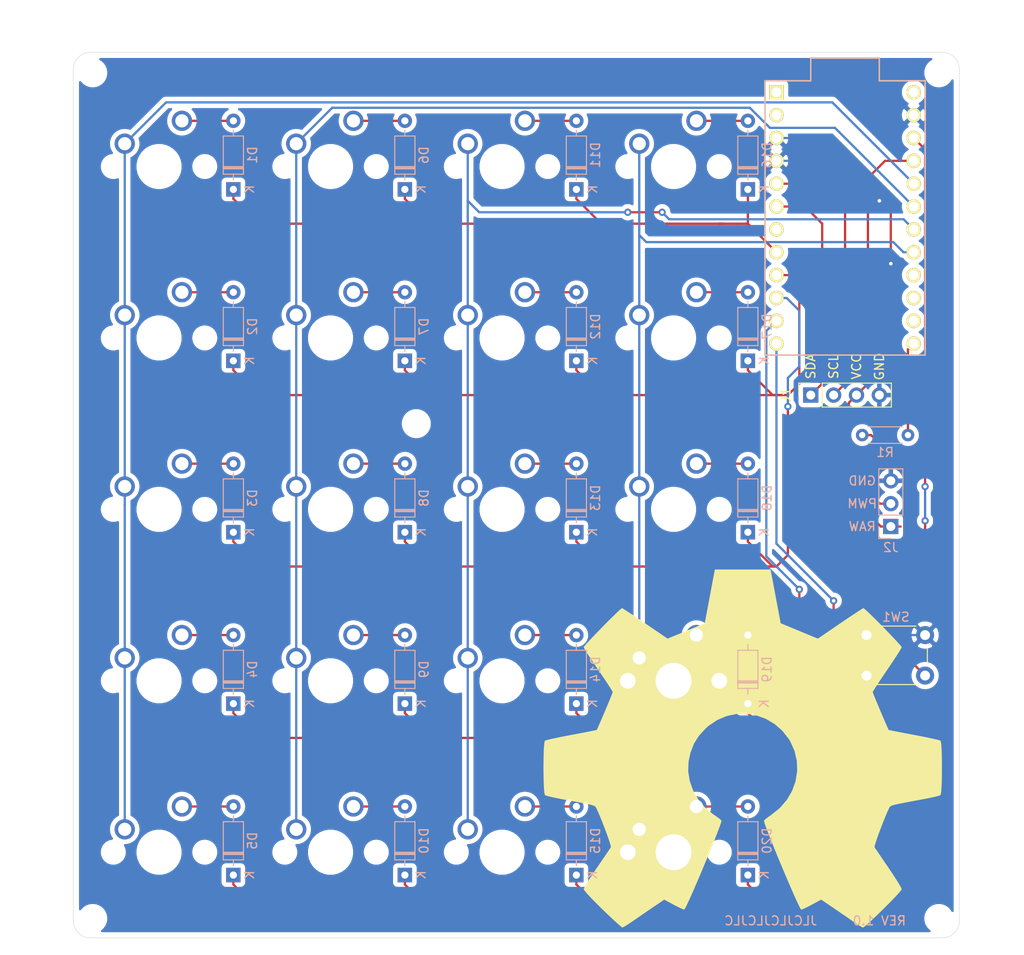
<source format=kicad_pcb>
(kicad_pcb (version 20171130) (host pcbnew "(5.1.5)-3")
  (layers (0 F.Cu signal) (31 B.Cu signal) (34 B.Paste user) (35 F.Paste user) (36 B.SilkS user) (37 F.SilkS user) (38 B.Mask user) (39 F.Mask user) (44 Edge.Cuts user))
  (net 0 "")
  (net 1 "Net-(D1-Pad2)")
  (net 2 ROW1)
  (net 3 "Net-(D2-Pad2)")
  (net 4 ROW2)
  (net 5 "Net-(D3-Pad2)")
  (net 6 ROW3)
  (net 7 "Net-(D4-Pad2)")
  (net 8 ROW4)
  (net 9 "Net-(D5-Pad2)")
  (net 10 ROW5)
  (net 11 "Net-(D6-Pad2)")
  (net 12 "Net-(D7-Pad2)")
  (net 13 "Net-(D8-Pad2)")
  (net 14 "Net-(D9-Pad2)")
  (net 15 "Net-(D10-Pad2)")
  (net 16 "Net-(D11-Pad2)")
  (net 17 "Net-(D12-Pad2)")
  (net 18 "Net-(D13-Pad2)")
  (net 19 "Net-(D14-Pad2)")
  (net 20 "Net-(D15-Pad2)")
  (net 21 "Net-(D16-Pad2)")
  (net 22 "Net-(D17-Pad2)")
  (net 23 "Net-(D18-Pad2)")
  (net 24 "Net-(D19-Pad2)")
  (net 25 "Net-(D20-Pad2)")
  (net 26 COL1)
  (net 27 COL2)
  (net 28 COL3)
  (net 29 COL4)
  (net 30 "Net-(U1-Pad16)")
  (net 31 "Net-(U1-Pad15)")
  (net 32 "Net-(U1-Pad14)")
  (net 33 "Net-(U1-Pad7)")
  (net 34 "Net-(U1-Pad2)")
  (net 35 "Net-(U1-Pad1)")
  (net 36 VCC)
  (net 37 "Net-(J1-Pad1)")
  (net 38 "Net-(J1-Pad2)")
  (net 39 GND)
  (net 40 "Net-(J2-Pad2)")
  (net 41 "Net-(SW1-Pad2)")
  (net 42 "Net-(R1-Pad2)")
  (net 43 "Net-(U1-Pad24)")
  (module logo:OSHW-Symbol_8.9x8mm_Mask (layer B.Cu) (at 163.195 128.905 180)
    (fp_text reference REF** hide)
    (fp_text value OSHW-Symbol_8.9x8mm_Mask hide)
  )
  (module MX_Only:MXOnly-1U-NoLED (layer F.Cu) (at 137.16 62.23)
    (fp_text reference MX16)
    (fp_text value MX-NoLED)
    (pad 2 thru_hole circle (at 2.54 -5.08) (size 2.25 2.25) (drill 1.47) (layers *.Cu B.Mask) (net 21 "Net-(D16-Pad2)"))
    (pad "" np_thru_hole circle (at 0 0) (size 3.9878 3.9878) (drill 3.9878) (layers *.Cu *.Mask))
    (pad 1 thru_hole circle (at -3.81 -2.54) (size 2.25 2.25) (drill 1.47) (layers *.Cu B.Mask) (net 29 COL4))
    (pad "" np_thru_hole circle (at -5.08 0 48.0996) (size 1.75 1.75) (drill 1.75) (layers *.Cu *.Mask))
    (pad "" np_thru_hole circle (at 5.08 0 48.0996) (size 1.75 1.75) (drill 1.75) (layers *.Cu *.Mask))
  )
  (module MX_Only:MXOnly-1U-NoLED (layer F.Cu) (at 80.01 62.23)
    (fp_text reference MX1)
    (fp_text value MX-NoLED)
    (pad 2 thru_hole circle (at 2.54 -5.08) (size 2.25 2.25) (drill 1.47) (layers *.Cu B.Mask) (net 1 "Net-(D1-Pad2)"))
    (pad "" np_thru_hole circle (at 0 0) (size 3.9878 3.9878) (drill 3.9878) (layers *.Cu *.Mask))
    (pad 1 thru_hole circle (at -3.81 -2.54) (size 2.25 2.25) (drill 1.47) (layers *.Cu B.Mask) (net 26 COL1))
    (pad "" np_thru_hole circle (at -5.08 0 48.0996) (size 1.75 1.75) (drill 1.75) (layers *.Cu *.Mask))
    (pad "" np_thru_hole circle (at 5.08 0 48.0996) (size 1.75 1.75) (drill 1.75) (layers *.Cu *.Mask))
  )
  (module MX_Only:MXOnly-1U-NoLED (layer F.Cu) (at 80.01 81.28)
    (fp_text reference MX2)
    (fp_text value MX-NoLED)
    (pad 2 thru_hole circle (at 2.54 -5.08) (size 2.25 2.25) (drill 1.47) (layers *.Cu B.Mask) (net 3 "Net-(D2-Pad2)"))
    (pad "" np_thru_hole circle (at 0 0) (size 3.9878 3.9878) (drill 3.9878) (layers *.Cu *.Mask))
    (pad 1 thru_hole circle (at -3.81 -2.54) (size 2.25 2.25) (drill 1.47) (layers *.Cu B.Mask) (net 26 COL1))
    (pad "" np_thru_hole circle (at -5.08 0 48.0996) (size 1.75 1.75) (drill 1.75) (layers *.Cu *.Mask))
    (pad "" np_thru_hole circle (at 5.08 0 48.0996) (size 1.75 1.75) (drill 1.75) (layers *.Cu *.Mask))
  )
  (module MX_Only:MXOnly-1U-NoLED (layer F.Cu) (at 80.01 100.33)
    (fp_text reference MX3)
    (fp_text value MX-NoLED)
    (pad 2 thru_hole circle (at 2.54 -5.08) (size 2.25 2.25) (drill 1.47) (layers *.Cu B.Mask) (net 5 "Net-(D3-Pad2)"))
    (pad "" np_thru_hole circle (at 0 0) (size 3.9878 3.9878) (drill 3.9878) (layers *.Cu *.Mask))
    (pad 1 thru_hole circle (at -3.81 -2.54) (size 2.25 2.25) (drill 1.47) (layers *.Cu B.Mask) (net 26 COL1))
    (pad "" np_thru_hole circle (at -5.08 0 48.0996) (size 1.75 1.75) (drill 1.75) (layers *.Cu *.Mask))
    (pad "" np_thru_hole circle (at 5.08 0 48.0996) (size 1.75 1.75) (drill 1.75) (layers *.Cu *.Mask))
  )
  (module MX_Only:MXOnly-1U-NoLED (layer F.Cu) (at 80.01 119.38)
    (fp_text reference MX4)
    (fp_text value MX-NoLED)
    (pad 2 thru_hole circle (at 2.54 -5.08) (size 2.25 2.25) (drill 1.47) (layers *.Cu B.Mask) (net 7 "Net-(D4-Pad2)"))
    (pad "" np_thru_hole circle (at 0 0) (size 3.9878 3.9878) (drill 3.9878) (layers *.Cu *.Mask))
    (pad 1 thru_hole circle (at -3.81 -2.54) (size 2.25 2.25) (drill 1.47) (layers *.Cu B.Mask) (net 26 COL1))
    (pad "" np_thru_hole circle (at -5.08 0 48.0996) (size 1.75 1.75) (drill 1.75) (layers *.Cu *.Mask))
    (pad "" np_thru_hole circle (at 5.08 0 48.0996) (size 1.75 1.75) (drill 1.75) (layers *.Cu *.Mask))
  )
  (module MX_Only:MXOnly-1U-NoLED (layer F.Cu) (at 80.01 138.43)
    (fp_text reference MX5)
    (fp_text value MX-NoLED)
    (pad 2 thru_hole circle (at 2.54 -5.08) (size 2.25 2.25) (drill 1.47) (layers *.Cu B.Mask) (net 9 "Net-(D5-Pad2)"))
    (pad "" np_thru_hole circle (at 0 0) (size 3.9878 3.9878) (drill 3.9878) (layers *.Cu *.Mask))
    (pad 1 thru_hole circle (at -3.81 -2.54) (size 2.25 2.25) (drill 1.47) (layers *.Cu B.Mask) (net 26 COL1))
    (pad "" np_thru_hole circle (at -5.08 0 48.0996) (size 1.75 1.75) (drill 1.75) (layers *.Cu *.Mask))
    (pad "" np_thru_hole circle (at 5.08 0 48.0996) (size 1.75 1.75) (drill 1.75) (layers *.Cu *.Mask))
  )
  (module MX_Only:MXOnly-1U-NoLED (layer F.Cu) (at 99.06 62.23)
    (fp_text reference MX6)
    (fp_text value MX-NoLED)
    (pad 2 thru_hole circle (at 2.54 -5.08) (size 2.25 2.25) (drill 1.47) (layers *.Cu B.Mask) (net 11 "Net-(D6-Pad2)"))
    (pad "" np_thru_hole circle (at 0 0) (size 3.9878 3.9878) (drill 3.9878) (layers *.Cu *.Mask))
    (pad 1 thru_hole circle (at -3.81 -2.54) (size 2.25 2.25) (drill 1.47) (layers *.Cu B.Mask) (net 27 COL2))
    (pad "" np_thru_hole circle (at -5.08 0 48.0996) (size 1.75 1.75) (drill 1.75) (layers *.Cu *.Mask))
    (pad "" np_thru_hole circle (at 5.08 0 48.0996) (size 1.75 1.75) (drill 1.75) (layers *.Cu *.Mask))
  )
  (module MX_Only:MXOnly-1U-NoLED (layer F.Cu) (at 99.06 81.28)
    (fp_text reference MX7)
    (fp_text value MX-NoLED)
    (pad 2 thru_hole circle (at 2.54 -5.08) (size 2.25 2.25) (drill 1.47) (layers *.Cu B.Mask) (net 12 "Net-(D7-Pad2)"))
    (pad "" np_thru_hole circle (at 0 0) (size 3.9878 3.9878) (drill 3.9878) (layers *.Cu *.Mask))
    (pad 1 thru_hole circle (at -3.81 -2.54) (size 2.25 2.25) (drill 1.47) (layers *.Cu B.Mask) (net 27 COL2))
    (pad "" np_thru_hole circle (at -5.08 0 48.0996) (size 1.75 1.75) (drill 1.75) (layers *.Cu *.Mask))
    (pad "" np_thru_hole circle (at 5.08 0 48.0996) (size 1.75 1.75) (drill 1.75) (layers *.Cu *.Mask))
  )
  (module MX_Only:MXOnly-1U-NoLED (layer F.Cu) (at 99.06 100.33)
    (fp_text reference MX8)
    (fp_text value MX-NoLED)
    (pad 2 thru_hole circle (at 2.54 -5.08) (size 2.25 2.25) (drill 1.47) (layers *.Cu B.Mask) (net 13 "Net-(D8-Pad2)"))
    (pad "" np_thru_hole circle (at 0 0) (size 3.9878 3.9878) (drill 3.9878) (layers *.Cu *.Mask))
    (pad 1 thru_hole circle (at -3.81 -2.54) (size 2.25 2.25) (drill 1.47) (layers *.Cu B.Mask) (net 27 COL2))
    (pad "" np_thru_hole circle (at -5.08 0 48.0996) (size 1.75 1.75) (drill 1.75) (layers *.Cu *.Mask))
    (pad "" np_thru_hole circle (at 5.08 0 48.0996) (size 1.75 1.75) (drill 1.75) (layers *.Cu *.Mask))
  )
  (module MX_Only:MXOnly-1U-NoLED (layer F.Cu) (at 99.06 119.38)
    (fp_text reference MX9)
    (fp_text value MX-NoLED)
    (pad 2 thru_hole circle (at 2.54 -5.08) (size 2.25 2.25) (drill 1.47) (layers *.Cu B.Mask) (net 14 "Net-(D9-Pad2)"))
    (pad "" np_thru_hole circle (at 0 0) (size 3.9878 3.9878) (drill 3.9878) (layers *.Cu *.Mask))
    (pad 1 thru_hole circle (at -3.81 -2.54) (size 2.25 2.25) (drill 1.47) (layers *.Cu B.Mask) (net 27 COL2))
    (pad "" np_thru_hole circle (at -5.08 0 48.0996) (size 1.75 1.75) (drill 1.75) (layers *.Cu *.Mask))
    (pad "" np_thru_hole circle (at 5.08 0 48.0996) (size 1.75 1.75) (drill 1.75) (layers *.Cu *.Mask))
  )
  (module MX_Only:MXOnly-1U-NoLED (layer F.Cu) (at 99.06 138.43)
    (fp_text reference MX10)
    (fp_text value MX-NoLED)
    (pad 2 thru_hole circle (at 2.54 -5.08) (size 2.25 2.25) (drill 1.47) (layers *.Cu B.Mask) (net 15 "Net-(D10-Pad2)"))
    (pad "" np_thru_hole circle (at 0 0) (size 3.9878 3.9878) (drill 3.9878) (layers *.Cu *.Mask))
    (pad 1 thru_hole circle (at -3.81 -2.54) (size 2.25 2.25) (drill 1.47) (layers *.Cu B.Mask) (net 27 COL2))
    (pad "" np_thru_hole circle (at -5.08 0 48.0996) (size 1.75 1.75) (drill 1.75) (layers *.Cu *.Mask))
    (pad "" np_thru_hole circle (at 5.08 0 48.0996) (size 1.75 1.75) (drill 1.75) (layers *.Cu *.Mask))
  )
  (module MX_Only:MXOnly-1U-NoLED (layer F.Cu) (at 118.11 62.23)
    (fp_text reference MX11)
    (fp_text value MX-NoLED)
    (pad 2 thru_hole circle (at 2.54 -5.08) (size 2.25 2.25) (drill 1.47) (layers *.Cu B.Mask) (net 16 "Net-(D11-Pad2)"))
    (pad "" np_thru_hole circle (at 0 0) (size 3.9878 3.9878) (drill 3.9878) (layers *.Cu *.Mask))
    (pad 1 thru_hole circle (at -3.81 -2.54) (size 2.25 2.25) (drill 1.47) (layers *.Cu B.Mask) (net 28 COL3))
    (pad "" np_thru_hole circle (at -5.08 0 48.0996) (size 1.75 1.75) (drill 1.75) (layers *.Cu *.Mask))
    (pad "" np_thru_hole circle (at 5.08 0 48.0996) (size 1.75 1.75) (drill 1.75) (layers *.Cu *.Mask))
  )
  (module MX_Only:MXOnly-1U-NoLED (layer F.Cu) (at 118.11 81.28)
    (fp_text reference MX12)
    (fp_text value MX-NoLED)
    (pad 2 thru_hole circle (at 2.54 -5.08) (size 2.25 2.25) (drill 1.47) (layers *.Cu B.Mask) (net 17 "Net-(D12-Pad2)"))
    (pad "" np_thru_hole circle (at 0 0) (size 3.9878 3.9878) (drill 3.9878) (layers *.Cu *.Mask))
    (pad 1 thru_hole circle (at -3.81 -2.54) (size 2.25 2.25) (drill 1.47) (layers *.Cu B.Mask) (net 28 COL3))
    (pad "" np_thru_hole circle (at -5.08 0 48.0996) (size 1.75 1.75) (drill 1.75) (layers *.Cu *.Mask))
    (pad "" np_thru_hole circle (at 5.08 0 48.0996) (size 1.75 1.75) (drill 1.75) (layers *.Cu *.Mask))
  )
  (module MX_Only:MXOnly-1U-NoLED (layer F.Cu) (at 118.11 100.33)
    (fp_text reference MX13)
    (fp_text value MX-NoLED)
    (pad 2 thru_hole circle (at 2.54 -5.08) (size 2.25 2.25) (drill 1.47) (layers *.Cu B.Mask) (net 18 "Net-(D13-Pad2)"))
    (pad "" np_thru_hole circle (at 0 0) (size 3.9878 3.9878) (drill 3.9878) (layers *.Cu *.Mask))
    (pad 1 thru_hole circle (at -3.81 -2.54) (size 2.25 2.25) (drill 1.47) (layers *.Cu B.Mask) (net 28 COL3))
    (pad "" np_thru_hole circle (at -5.08 0 48.0996) (size 1.75 1.75) (drill 1.75) (layers *.Cu *.Mask))
    (pad "" np_thru_hole circle (at 5.08 0 48.0996) (size 1.75 1.75) (drill 1.75) (layers *.Cu *.Mask))
  )
  (module MX_Only:MXOnly-1U-NoLED (layer F.Cu) (at 118.11 119.38)
    (fp_text reference MX14)
    (fp_text value MX-NoLED)
    (pad 2 thru_hole circle (at 2.54 -5.08) (size 2.25 2.25) (drill 1.47) (layers *.Cu B.Mask) (net 19 "Net-(D14-Pad2)"))
    (pad "" np_thru_hole circle (at 0 0) (size 3.9878 3.9878) (drill 3.9878) (layers *.Cu *.Mask))
    (pad 1 thru_hole circle (at -3.81 -2.54) (size 2.25 2.25) (drill 1.47) (layers *.Cu B.Mask) (net 28 COL3))
    (pad "" np_thru_hole circle (at -5.08 0 48.0996) (size 1.75 1.75) (drill 1.75) (layers *.Cu *.Mask))
    (pad "" np_thru_hole circle (at 5.08 0 48.0996) (size 1.75 1.75) (drill 1.75) (layers *.Cu *.Mask))
  )
  (module MX_Only:MXOnly-1U-NoLED (layer F.Cu) (at 118.11 138.43)
    (fp_text reference MX15)
    (fp_text value MX-NoLED)
    (pad 2 thru_hole circle (at 2.54 -5.08) (size 2.25 2.25) (drill 1.47) (layers *.Cu B.Mask) (net 20 "Net-(D15-Pad2)"))
    (pad "" np_thru_hole circle (at 0 0) (size 3.9878 3.9878) (drill 3.9878) (layers *.Cu *.Mask))
    (pad 1 thru_hole circle (at -3.81 -2.54) (size 2.25 2.25) (drill 1.47) (layers *.Cu B.Mask) (net 28 COL3))
    (pad "" np_thru_hole circle (at -5.08 0 48.0996) (size 1.75 1.75) (drill 1.75) (layers *.Cu *.Mask))
    (pad "" np_thru_hole circle (at 5.08 0 48.0996) (size 1.75 1.75) (drill 1.75) (layers *.Cu *.Mask))
  )
  (module MX_Only:MXOnly-1U-NoLED (layer F.Cu) (at 137.16 81.28)
    (fp_text reference MX17)
    (fp_text value MX-NoLED)
    (pad 2 thru_hole circle (at 2.54 -5.08) (size 2.25 2.25) (drill 1.47) (layers *.Cu B.Mask) (net 22 "Net-(D17-Pad2)"))
    (pad "" np_thru_hole circle (at 0 0) (size 3.9878 3.9878) (drill 3.9878) (layers *.Cu *.Mask))
    (pad 1 thru_hole circle (at -3.81 -2.54) (size 2.25 2.25) (drill 1.47) (layers *.Cu B.Mask) (net 29 COL4))
    (pad "" np_thru_hole circle (at -5.08 0 48.0996) (size 1.75 1.75) (drill 1.75) (layers *.Cu *.Mask))
    (pad "" np_thru_hole circle (at 5.08 0 48.0996) (size 1.75 1.75) (drill 1.75) (layers *.Cu *.Mask))
  )
  (module MX_Only:MXOnly-1U-NoLED (layer F.Cu) (at 137.16 100.33)
    (fp_text reference MX18)
    (fp_text value MX-NoLED)
    (pad 2 thru_hole circle (at 2.54 -5.08) (size 2.25 2.25) (drill 1.47) (layers *.Cu B.Mask) (net 23 "Net-(D18-Pad2)"))
    (pad "" np_thru_hole circle (at 0 0) (size 3.9878 3.9878) (drill 3.9878) (layers *.Cu *.Mask))
    (pad 1 thru_hole circle (at -3.81 -2.54) (size 2.25 2.25) (drill 1.47) (layers *.Cu B.Mask) (net 29 COL4))
    (pad "" np_thru_hole circle (at -5.08 0 48.0996) (size 1.75 1.75) (drill 1.75) (layers *.Cu *.Mask))
    (pad "" np_thru_hole circle (at 5.08 0 48.0996) (size 1.75 1.75) (drill 1.75) (layers *.Cu *.Mask))
  )
  (module MX_Only:MXOnly-1U-NoLED (layer F.Cu) (at 137.16 119.38)
    (fp_text reference MX19)
    (fp_text value MX-NoLED)
    (pad 2 thru_hole circle (at 2.54 -5.08) (size 2.25 2.25) (drill 1.47) (layers *.Cu B.Mask) (net 24 "Net-(D19-Pad2)"))
    (pad "" np_thru_hole circle (at 0 0) (size 3.9878 3.9878) (drill 3.9878) (layers *.Cu *.Mask))
    (pad 1 thru_hole circle (at -3.81 -2.54) (size 2.25 2.25) (drill 1.47) (layers *.Cu B.Mask) (net 29 COL4))
    (pad "" np_thru_hole circle (at -5.08 0 48.0996) (size 1.75 1.75) (drill 1.75) (layers *.Cu *.Mask))
    (pad "" np_thru_hole circle (at 5.08 0 48.0996) (size 1.75 1.75) (drill 1.75) (layers *.Cu *.Mask))
  )
  (module MX_Only:MXOnly-1U-NoLED (layer F.Cu) (at 137.16 138.43)
    (fp_text reference MX20)
    (fp_text value MX-NoLED)
    (pad 2 thru_hole circle (at 2.54 -5.08) (size 2.25 2.25) (drill 1.47) (layers *.Cu B.Mask) (net 25 "Net-(D20-Pad2)"))
    (pad "" np_thru_hole circle (at 0 0) (size 3.9878 3.9878) (drill 3.9878) (layers *.Cu *.Mask))
    (pad 1 thru_hole circle (at -3.81 -2.54) (size 2.25 2.25) (drill 1.47) (layers *.Cu B.Mask) (net 29 COL4))
    (pad "" np_thru_hole circle (at -5.08 0 48.0996) (size 1.75 1.75) (drill 1.75) (layers *.Cu *.Mask))
    (pad "" np_thru_hole circle (at 5.08 0 48.0996) (size 1.75 1.75) (drill 1.75) (layers *.Cu *.Mask))
  )
  (module promicro:ProMicro (layer F.Cu) (at 156.21 67.945 270)
    (fp_text reference U1 hide)
    (fp_text value ProMicro)
    (pad 24 thru_hole circle (at -13.97 -7.62 270) (size 1.6 1.6) (drill 1.1) (layers *.Cu *.Mask F.SilkS) (net 43 "Net-(U1-Pad24)"))
    (pad 23 thru_hole circle (at -11.43 -7.62 270) (size 1.6 1.6) (drill 1.1) (layers *.Cu *.Mask F.SilkS) (net 39 GND))
    (pad 22 thru_hole circle (at -8.89 -7.62 270) (size 1.6 1.6) (drill 1.1) (layers *.Cu *.Mask F.SilkS) (net 41 "Net-(SW1-Pad2)"))
    (pad 21 thru_hole circle (at -6.35 -7.62 270) (size 1.6 1.6) (drill 1.1) (layers *.Cu *.Mask F.SilkS) (net 36 VCC))
    (pad 20 thru_hole circle (at -3.81 -7.62 270) (size 1.6 1.6) (drill 1.1) (layers *.Cu *.Mask F.SilkS) (net 26 COL1))
    (pad 19 thru_hole circle (at -1.27 -7.62 270) (size 1.6 1.6) (drill 1.1) (layers *.Cu *.Mask F.SilkS) (net 27 COL2))
    (pad 18 thru_hole circle (at 1.27 -7.62 270) (size 1.6 1.6) (drill 1.1) (layers *.Cu *.Mask F.SilkS) (net 28 COL3))
    (pad 17 thru_hole circle (at 3.81 -7.62 270) (size 1.6 1.6) (drill 1.1) (layers *.Cu *.Mask F.SilkS) (net 29 COL4))
    (pad 16 thru_hole circle (at 6.35 -7.62 270) (size 1.6 1.6) (drill 1.1) (layers *.Cu *.Mask F.SilkS) (net 30 "Net-(U1-Pad16)"))
    (pad 15 thru_hole circle (at 8.89 -7.62 270) (size 1.6 1.6) (drill 1.1) (layers *.Cu *.Mask F.SilkS) (net 31 "Net-(U1-Pad15)"))
    (pad 14 thru_hole circle (at 11.43 -7.62 270) (size 1.6 1.6) (drill 1.1) (layers *.Cu *.Mask F.SilkS) (net 32 "Net-(U1-Pad14)"))
    (pad 13 thru_hole circle (at 13.97 -7.62 270) (size 1.6 1.6) (drill 1.1) (layers *.Cu *.Mask F.SilkS) (net 42 "Net-(R1-Pad2)"))
    (pad 12 thru_hole circle (at 13.97 7.62 270) (size 1.6 1.6) (drill 1.1) (layers *.Cu *.Mask F.SilkS) (net 10 ROW5))
    (pad 11 thru_hole circle (at 11.43 7.62 270) (size 1.6 1.6) (drill 1.1) (layers *.Cu *.Mask F.SilkS) (net 8 ROW4))
    (pad 10 thru_hole circle (at 8.89 7.62 270) (size 1.6 1.6) (drill 1.1) (layers *.Cu *.Mask F.SilkS) (net 6 ROW3))
    (pad 9 thru_hole circle (at 6.35 7.62 270) (size 1.6 1.6) (drill 1.1) (layers *.Cu *.Mask F.SilkS) (net 4 ROW2))
    (pad 8 thru_hole circle (at 3.81 7.62 270) (size 1.6 1.6) (drill 1.1) (layers *.Cu *.Mask F.SilkS) (net 2 ROW1))
    (pad 7 thru_hole circle (at 1.27 7.62 270) (size 1.6 1.6) (drill 1.1) (layers *.Cu *.Mask F.SilkS) (net 33 "Net-(U1-Pad7)"))
    (pad 6 thru_hole circle (at -1.27 7.62 270) (size 1.6 1.6) (drill 1.1) (layers *.Cu *.Mask F.SilkS) (net 37 "Net-(J1-Pad1)"))
    (pad 5 thru_hole circle (at -3.81 7.62 270) (size 1.6 1.6) (drill 1.1) (layers *.Cu *.Mask F.SilkS) (net 38 "Net-(J1-Pad2)"))
    (pad 4 thru_hole circle (at -6.35 7.62 270) (size 1.6 1.6) (drill 1.1) (layers *.Cu *.Mask F.SilkS) (net 39 GND))
    (pad 3 thru_hole circle (at -8.89 7.62 270) (size 1.6 1.6) (drill 1.1) (layers *.Cu *.Mask F.SilkS) (net 39 GND))
    (pad 2 thru_hole circle (at -11.43 7.62 270) (size 1.6 1.6) (drill 1.1) (layers *.Cu *.Mask F.SilkS) (net 34 "Net-(U1-Pad2)"))
    (pad 1 thru_hole rect (at -13.97 7.62 270) (size 1.6 1.6) (drill 1.1) (layers *.Cu *.Mask F.SilkS) (net 35 "Net-(U1-Pad1)"))
  )
  (module Symbol:OSHW-Symbol_44.5x40mm_SilkScreen (layer F.Cu) (at 144.78 127)
    (fp_text reference REF** hide)
    (fp_text value OSHW-Symbol_44.5x40mm_SilkScreen hide)
  )
  (module Resistor_THT:R_Axial_DIN0204_L3.6mm_D1.6mm_P5.08mm_Horizontal (layer B.Cu) (at 158.115 92.075)
    (fp_text reference R1 (at 2.54 1.92) (layer B.SilkS) (effects (justify mirror)))
    (fp_text value 500)
    (pad 2 thru_hole oval (at 5.08 0) (size 1.4 1.4) (drill 0.7) (layers *.Cu *.Mask) (net 42 "Net-(R1-Pad2)"))
    (pad 1 thru_hole circle (at 0 0) (size 1.4 1.4) (drill 0.7) (layers *.Cu *.Mask) (net 40 "Net-(J2-Pad2)"))
  )
  (module Connector_PinSocket_2.54mm:PinSocket_1x04_P2.54mm_Vertical (layer F.Cu) (at 152.4 87.63 90)
    (fp_text reference J1 (at 0 -2.77 90) (layer F.SilkS))
    (fp_text value Conn_01x04_Female)
    (pad 4 thru_hole oval (at 0 7.62 90) (size 1.7 1.7) (drill 1) (layers *.Cu *.Mask) (net 39 GND))
    (pad 3 thru_hole oval (at 0 5.08 90) (size 1.7 1.7) (drill 1) (layers *.Cu *.Mask) (net 36 VCC))
    (pad 2 thru_hole oval (at 0 2.54 90) (size 1.7 1.7) (drill 1) (layers *.Cu *.Mask) (net 38 "Net-(J1-Pad2)"))
    (pad 1 thru_hole rect (at 0 0 90) (size 1.7 1.7) (drill 1) (layers *.Cu *.Mask) (net 37 "Net-(J1-Pad1)"))
  )
  (module Button_Switch_THT:SW_PUSH_6mm (layer F.Cu) (at 158.6 114.3)
    (fp_text reference SW1 (at 3.25 -2) (layer B.SilkS) (effects (justify mirror)))
    (fp_text value SW_Push)
    (pad 1 thru_hole circle (at 6.5 0 90) (size 2 2) (drill 1.1) (layers *.Cu *.Mask) (net 39 GND))
    (pad 2 thru_hole circle (at 6.5 4.5 90) (size 2 2) (drill 1.1) (layers *.Cu *.Mask) (net 41 "Net-(SW1-Pad2)"))
    (pad 1 thru_hole circle (at 0 0 90) (size 2 2) (drill 1.1) (layers *.Cu *.Mask) (net 39 GND))
    (pad 2 thru_hole circle (at 0 4.5 90) (size 2 2) (drill 1.1) (layers *.Cu *.Mask) (net 41 "Net-(SW1-Pad2)"))
  )
  (module Connector_PinHeader_2.54mm:PinHeader_1x03_P2.54mm_Vertical (layer B.Cu) (at 161.29 102.235)
    (fp_text reference J2 (at 0 2.33) (layer B.SilkS) (effects (justify mirror)))
    (fp_text value Conn_01x03_Male)
    (pad 3 thru_hole oval (at 0 -5.08) (size 1.7 1.7) (drill 1) (layers *.Cu *.Mask) (net 39 GND))
    (pad 2 thru_hole oval (at 0 -2.54) (size 1.7 1.7) (drill 1) (layers *.Cu *.Mask) (net 40 "Net-(J2-Pad2)"))
    (pad 1 thru_hole rect (at 0 0) (size 1.7 1.7) (drill 1) (layers *.Cu *.Mask) (net 36 VCC))
  )
  (module MountingHole:MountingHole_2.2mm_M2 (layer F.Cu) (at 108.585 90.805)
    (fp_text reference REF** hide)
    (fp_text value MountingHole_2.2mm_M2)
    (pad 1 np_thru_hole circle (at 0 0) (size 2.2 2.2) (drill 2.2) (layers *.Cu *.Mask))
  )
  (module MountingHole:MountingHole_2.2mm_M2 (layer F.Cu) (at 72.644 51.816)
    (fp_text reference REF** hide)
    (fp_text value MountingHole_2.2mm_M2)
    (pad 1 np_thru_hole circle (at 0 0) (size 2.2 2.2) (drill 2.2) (layers *.Cu *.Mask))
  )
  (module MountingHole:MountingHole_2.2mm_M2 (layer F.Cu) (at 72.644 145.796)
    (fp_text reference REF** hide)
    (fp_text value MountingHole_2.2mm_M2)
    (pad 1 np_thru_hole circle (at 0 0) (size 2.2 2.2) (drill 2.2) (layers *.Cu *.Mask))
  )
  (module MountingHole:MountingHole_2.2mm_M2 (layer F.Cu) (at 166.624 145.796)
    (fp_text reference REF** hide)
    (fp_text value MountingHole_2.2mm_M2)
    (pad 1 np_thru_hole circle (at 0 0) (size 2.2 2.2) (drill 2.2) (layers *.Cu *.Mask))
  )
  (module MountingHole:MountingHole_2.2mm_M2 (layer F.Cu) (at 166.624 51.816)
    (fp_text reference REF** hide)
    (fp_text value MountingHole_2.2mm_M2)
    (pad 1 np_thru_hole circle (at 0 0) (size 2.2 2.2) (drill 2.2) (layers *.Cu *.Mask))
  )
  (module Diode_THT:D_DO-35_SOD27_P7.62mm_Horizontal (layer B.Cu) (at 145.415 140.97 90)
    (fp_text reference D20 (at 3.81 2.12 270) (layer B.SilkS) (effects (justify mirror)))
    (fp_text value 1N4148)
    (fp_text user K (at 0 1.8 270) (layer B.SilkS) (effects (justify mirror)))
    (pad 2 thru_hole oval (at 7.62 0 90) (size 1.6 1.6) (drill 0.8) (layers *.Cu *.Mask) (net 25 "Net-(D20-Pad2)"))
    (pad 1 thru_hole rect (at 0 0 90) (size 1.6 1.6) (drill 0.8) (layers *.Cu *.Mask) (net 10 ROW5))
  )
  (module Diode_THT:D_DO-35_SOD27_P7.62mm_Horizontal (layer B.Cu) (at 145.415 121.92 90)
    (fp_text reference D19 (at 3.81 2.12 270) (layer B.SilkS) (effects (justify mirror)))
    (fp_text value 1N4148)
    (fp_text user K (at 0 1.8 270) (layer B.SilkS) (effects (justify mirror)))
    (pad 2 thru_hole oval (at 7.62 0 90) (size 1.6 1.6) (drill 0.8) (layers *.Cu *.Mask) (net 24 "Net-(D19-Pad2)"))
    (pad 1 thru_hole rect (at 0 0 90) (size 1.6 1.6) (drill 0.8) (layers *.Cu *.Mask) (net 8 ROW4))
  )
  (module Diode_THT:D_DO-35_SOD27_P7.62mm_Horizontal (layer B.Cu) (at 145.415 102.87 90)
    (fp_text reference D18 (at 3.81 2.12 270) (layer B.SilkS) (effects (justify mirror)))
    (fp_text value 1N4148)
    (fp_text user K (at 0 1.8 270) (layer B.SilkS) (effects (justify mirror)))
    (pad 2 thru_hole oval (at 7.62 0 90) (size 1.6 1.6) (drill 0.8) (layers *.Cu *.Mask) (net 23 "Net-(D18-Pad2)"))
    (pad 1 thru_hole rect (at 0 0 90) (size 1.6 1.6) (drill 0.8) (layers *.Cu *.Mask) (net 6 ROW3))
  )
  (module Diode_THT:D_DO-35_SOD27_P7.62mm_Horizontal (layer B.Cu) (at 145.415 83.82 90)
    (fp_text reference D17 (at 3.81 2.12 270) (layer B.SilkS) (effects (justify mirror)))
    (fp_text value 1N4148)
    (fp_text user K (at 0 1.8 270) (layer B.SilkS) (effects (justify mirror)))
    (pad 2 thru_hole oval (at 7.62 0 90) (size 1.6 1.6) (drill 0.8) (layers *.Cu *.Mask) (net 22 "Net-(D17-Pad2)"))
    (pad 1 thru_hole rect (at 0 0 90) (size 1.6 1.6) (drill 0.8) (layers *.Cu *.Mask) (net 4 ROW2))
  )
  (module Diode_THT:D_DO-35_SOD27_P7.62mm_Horizontal (layer B.Cu) (at 145.415 64.77 90)
    (fp_text reference D16 (at 3.81 2.12 -90) (layer B.SilkS) (effects (justify mirror)))
    (fp_text value 1N4148)
    (fp_text user K (at 0 1.8 -90) (layer B.SilkS) (effects (justify mirror)))
    (pad 2 thru_hole oval (at 7.62 0 90) (size 1.6 1.6) (drill 0.8) (layers *.Cu *.Mask) (net 21 "Net-(D16-Pad2)"))
    (pad 1 thru_hole rect (at 0 0 90) (size 1.6 1.6) (drill 0.8) (layers *.Cu *.Mask) (net 2 ROW1))
  )
  (module Diode_THT:D_DO-35_SOD27_P7.62mm_Horizontal (layer B.Cu) (at 126.365 140.97 90)
    (fp_text reference D15 (at 3.81 2.12 270) (layer B.SilkS) (effects (justify mirror)))
    (fp_text value 1N4148)
    (fp_text user K (at 0 1.8 270) (layer B.SilkS) (effects (justify mirror)))
    (pad 2 thru_hole oval (at 7.62 0 90) (size 1.6 1.6) (drill 0.8) (layers *.Cu *.Mask) (net 20 "Net-(D15-Pad2)"))
    (pad 1 thru_hole rect (at 0 0 90) (size 1.6 1.6) (drill 0.8) (layers *.Cu *.Mask) (net 10 ROW5))
  )
  (module Diode_THT:D_DO-35_SOD27_P7.62mm_Horizontal (layer B.Cu) (at 126.365 121.92 90)
    (fp_text reference D14 (at 3.81 2.12 270) (layer B.SilkS) (effects (justify mirror)))
    (fp_text value 1N4148)
    (fp_text user K (at 0 1.8 270) (layer B.SilkS) (effects (justify mirror)))
    (pad 2 thru_hole oval (at 7.62 0 90) (size 1.6 1.6) (drill 0.8) (layers *.Cu *.Mask) (net 19 "Net-(D14-Pad2)"))
    (pad 1 thru_hole rect (at 0 0 90) (size 1.6 1.6) (drill 0.8) (layers *.Cu *.Mask) (net 8 ROW4))
  )
  (module Diode_THT:D_DO-35_SOD27_P7.62mm_Horizontal (layer B.Cu) (at 126.365 102.87 90)
    (fp_text reference D13 (at 3.81 2.12 270) (layer B.SilkS) (effects (justify mirror)))
    (fp_text value 1N4148)
    (fp_text user K (at 0 1.8 270) (layer B.SilkS) (effects (justify mirror)))
    (pad 2 thru_hole oval (at 7.62 0 90) (size 1.6 1.6) (drill 0.8) (layers *.Cu *.Mask) (net 18 "Net-(D13-Pad2)"))
    (pad 1 thru_hole rect (at 0 0 90) (size 1.6 1.6) (drill 0.8) (layers *.Cu *.Mask) (net 6 ROW3))
  )
  (module Diode_THT:D_DO-35_SOD27_P7.62mm_Horizontal (layer B.Cu) (at 126.365 83.82 90)
    (fp_text reference D12 (at 3.81 2.12 -90) (layer B.SilkS) (effects (justify mirror)))
    (fp_text value 1N4148)
    (fp_text user K (at 0 1.8 -90) (layer B.SilkS) (effects (justify mirror)))
    (pad 2 thru_hole oval (at 7.62 0 90) (size 1.6 1.6) (drill 0.8) (layers *.Cu *.Mask) (net 17 "Net-(D12-Pad2)"))
    (pad 1 thru_hole rect (at 0 0 90) (size 1.6 1.6) (drill 0.8) (layers *.Cu *.Mask) (net 4 ROW2))
  )
  (module Diode_THT:D_DO-35_SOD27_P7.62mm_Horizontal (layer B.Cu) (at 126.365 64.77 90)
    (fp_text reference D11 (at 3.81 2.12 270) (layer B.SilkS) (effects (justify mirror)))
    (fp_text value 1N4148)
    (fp_text user K (at 0 1.8 270) (layer B.SilkS) (effects (justify mirror)))
    (pad 2 thru_hole oval (at 7.62 0 90) (size 1.6 1.6) (drill 0.8) (layers *.Cu *.Mask) (net 16 "Net-(D11-Pad2)"))
    (pad 1 thru_hole rect (at 0 0 90) (size 1.6 1.6) (drill 0.8) (layers *.Cu *.Mask) (net 2 ROW1))
  )
  (module Diode_THT:D_DO-35_SOD27_P7.62mm_Horizontal (layer B.Cu) (at 107.315 140.97 90)
    (fp_text reference D10 (at 3.81 2.12 270) (layer B.SilkS) (effects (justify mirror)))
    (fp_text value 1N4148)
    (fp_text user K (at 0 1.8 270) (layer B.SilkS) (effects (justify mirror)))
    (pad 2 thru_hole oval (at 7.62 0 90) (size 1.6 1.6) (drill 0.8) (layers *.Cu *.Mask) (net 15 "Net-(D10-Pad2)"))
    (pad 1 thru_hole rect (at 0 0 90) (size 1.6 1.6) (drill 0.8) (layers *.Cu *.Mask) (net 10 ROW5))
  )
  (module Diode_THT:D_DO-35_SOD27_P7.62mm_Horizontal (layer B.Cu) (at 107.315 121.92 90)
    (fp_text reference D9 (at 3.81 2.12 270) (layer B.SilkS) (effects (justify mirror)))
    (fp_text value 1N4148)
    (fp_text user K (at 0 1.8 270) (layer B.SilkS) (effects (justify mirror)))
    (pad 2 thru_hole oval (at 7.62 0 90) (size 1.6 1.6) (drill 0.8) (layers *.Cu *.Mask) (net 14 "Net-(D9-Pad2)"))
    (pad 1 thru_hole rect (at 0 0 90) (size 1.6 1.6) (drill 0.8) (layers *.Cu *.Mask) (net 8 ROW4))
  )
  (module Diode_THT:D_DO-35_SOD27_P7.62mm_Horizontal (layer B.Cu) (at 107.315 102.87 90)
    (fp_text reference D8 (at 3.81 2.12 270) (layer B.SilkS) (effects (justify mirror)))
    (fp_text value 1N4148)
    (fp_text user K (at 0 1.8 270) (layer B.SilkS) (effects (justify mirror)))
    (pad 2 thru_hole oval (at 7.62 0 90) (size 1.6 1.6) (drill 0.8) (layers *.Cu *.Mask) (net 13 "Net-(D8-Pad2)"))
    (pad 1 thru_hole rect (at 0 0 90) (size 1.6 1.6) (drill 0.8) (layers *.Cu *.Mask) (net 6 ROW3))
  )
  (module Diode_THT:D_DO-35_SOD27_P7.62mm_Horizontal (layer B.Cu) (at 107.315 83.82 90)
    (fp_text reference D7 (at 3.81 2.12 270) (layer B.SilkS) (effects (justify mirror)))
    (fp_text value 1N4148)
    (fp_text user K (at 0 1.8 270) (layer B.SilkS) (effects (justify mirror)))
    (pad 2 thru_hole oval (at 7.62 0 90) (size 1.6 1.6) (drill 0.8) (layers *.Cu *.Mask) (net 12 "Net-(D7-Pad2)"))
    (pad 1 thru_hole rect (at 0 0 90) (size 1.6 1.6) (drill 0.8) (layers *.Cu *.Mask) (net 4 ROW2))
  )
  (module Diode_THT:D_DO-35_SOD27_P7.62mm_Horizontal (layer B.Cu) (at 107.315 64.77 90)
    (fp_text reference D6 (at 3.81 2.12 270) (layer B.SilkS) (effects (justify mirror)))
    (fp_text value 1N4148)
    (fp_text user K (at 0 1.8 270) (layer B.SilkS) (effects (justify mirror)))
    (pad 2 thru_hole oval (at 7.62 0 90) (size 1.6 1.6) (drill 0.8) (layers *.Cu *.Mask) (net 11 "Net-(D6-Pad2)"))
    (pad 1 thru_hole rect (at 0 0 90) (size 1.6 1.6) (drill 0.8) (layers *.Cu *.Mask) (net 2 ROW1))
  )
  (module Diode_THT:D_DO-35_SOD27_P7.62mm_Horizontal (layer B.Cu) (at 88.265 140.97 90)
    (fp_text reference D5 (at 3.81 2.12 270) (layer B.SilkS) (effects (justify mirror)))
    (fp_text value 1N4148)
    (fp_text user K (at 0 1.8 270) (layer B.SilkS) (effects (justify mirror)))
    (pad 2 thru_hole oval (at 7.62 0 90) (size 1.6 1.6) (drill 0.8) (layers *.Cu *.Mask) (net 9 "Net-(D5-Pad2)"))
    (pad 1 thru_hole rect (at 0 0 90) (size 1.6 1.6) (drill 0.8) (layers *.Cu *.Mask) (net 10 ROW5))
  )
  (module Diode_THT:D_DO-35_SOD27_P7.62mm_Horizontal (layer B.Cu) (at 88.265 121.92 90)
    (fp_text reference D4 (at 3.81 2.12 270) (layer B.SilkS) (effects (justify mirror)))
    (fp_text value 1N4148)
    (fp_text user K (at 0 1.8 270) (layer B.SilkS) (effects (justify mirror)))
    (pad 2 thru_hole oval (at 7.62 0 90) (size 1.6 1.6) (drill 0.8) (layers *.Cu *.Mask) (net 7 "Net-(D4-Pad2)"))
    (pad 1 thru_hole rect (at 0 0 90) (size 1.6 1.6) (drill 0.8) (layers *.Cu *.Mask) (net 8 ROW4))
  )
  (module Diode_THT:D_DO-35_SOD27_P7.62mm_Horizontal (layer B.Cu) (at 88.265 102.87 90)
    (fp_text reference D3 (at 3.81 2.12 270) (layer B.SilkS) (effects (justify mirror)))
    (fp_text value 1N4148)
    (fp_text user K (at 0 1.8 270) (layer B.SilkS) (effects (justify mirror)))
    (pad 2 thru_hole oval (at 7.62 0 90) (size 1.6 1.6) (drill 0.8) (layers *.Cu *.Mask) (net 5 "Net-(D3-Pad2)"))
    (pad 1 thru_hole rect (at 0 0 90) (size 1.6 1.6) (drill 0.8) (layers *.Cu *.Mask) (net 6 ROW3))
  )
  (module Diode_THT:D_DO-35_SOD27_P7.62mm_Horizontal (layer B.Cu) (at 88.265 83.82 90)
    (fp_text reference D2 (at 3.81 2.12 270) (layer B.SilkS) (effects (justify mirror)))
    (fp_text value 1N4148)
    (fp_text user K (at 0 1.8 270) (layer B.SilkS) (effects (justify mirror)))
    (pad 2 thru_hole oval (at 7.62 0 90) (size 1.6 1.6) (drill 0.8) (layers *.Cu *.Mask) (net 3 "Net-(D2-Pad2)"))
    (pad 1 thru_hole rect (at 0 0 90) (size 1.6 1.6) (drill 0.8) (layers *.Cu *.Mask) (net 4 ROW2))
  )
  (module Diode_THT:D_DO-35_SOD27_P7.62mm_Horizontal (layer B.Cu) (at 88.265 64.77 90)
    (fp_text reference D1 (at 3.81 2.12 270) (layer B.SilkS) (effects (justify mirror)))
    (fp_text value 1N4148)
    (fp_text user K (at 0 1.8 270) (layer B.SilkS) (effects (justify mirror)))
    (pad 2 thru_hole oval (at 7.62 0 90) (size 1.6 1.6) (drill 0.8) (layers *.Cu *.Mask) (net 1 "Net-(D1-Pad2)"))
    (pad 1 thru_hole rect (at 0 0 90) (size 1.6 1.6) (drill 0.8) (layers *.Cu *.Mask) (net 2 ROW1))
  )
  (gr_text "REV 1.0" (at 160.02 146.05) (layer B.SilkS) (effects (font (size 1 1)) (justify mirror)))
  (gr_text JLCJLCJLCJLC (at 147.955 146.05) (layer B.SilkS) (effects (font (size 1 1)) (justify mirror)))
  (gr_text "PWM\n" (at 158.115 99.695) (layer B.SilkS) (effects (font (size 1 1)) (justify mirror)))
  (gr_text GND (at 158.115 97.155) (layer B.SilkS) (effects (font (size 1 1)) (justify mirror)))
  (gr_text RAW (at 158.115 102.235) (layer B.SilkS) (effects (font (size 1 1)) (justify mirror)))
  (gr_line (start 70.485 51.435) (end 70.485 146.05) (layer Edge.Cuts) (width 0.05))
  (gr_line (start 167.005 49.53) (end 72.39 49.53) (layer Edge.Cuts) (width 0.05))
  (gr_line (start 167.005 147.955) (end 72.39 147.955) (layer Edge.Cuts) (width 0.05))
  (gr_line (start 168.91 51.435) (end 168.91 146.05) (layer Edge.Cuts) (width 0.05))
  (gr_text SDA (at 152.4 84.455 90) (layer F.SilkS) (effects (font (size 1 1))))
  (gr_text "SCL\n" (at 154.94 84.455 90) (layer F.SilkS) (effects (font (size 1 1))))
  (gr_text "VCC\n" (at 157.48 84.455 90) (layer F.SilkS) (effects (font (size 1 1))))
  (gr_text GND (at 160.02 84.455 90) (layer F.SilkS) (effects (font (size 1 1))))
  (gr_arc (start 167.005 146.05) (end 167.005 147.955) (angle -90) (layer Edge.Cuts) (width 0.05))
  (gr_arc (start 167.005 51.435) (end 168.91 51.435) (angle -90) (layer Edge.Cuts) (width 0.05))
  (gr_arc (start 72.39 146.05) (end 70.485 146.05) (angle -90) (layer Edge.Cuts) (width 0.05))
  (gr_arc (start 72.39 51.435) (end 72.39 49.53) (angle -90) (layer Edge.Cuts) (width 0.05))
  (segment (start 82.55 57.15) (end 88.265 57.15) (width 0.25) (layer F.Cu) (net 1))
  (segment (start 88.265 65.82) (end 91.025 68.58) (width 0.25) (layer F.Cu) (net 2))
  (segment (start 88.265 64.77) (end 88.265 65.82) (width 0.25) (layer F.Cu) (net 2))
  (segment (start 142.655 68.58) (end 142.24 68.58) (width 0.25) (layer F.Cu) (net 2))
  (segment (start 107.315 65.82) (end 110.075 68.58) (width 0.25) (layer F.Cu) (net 2))
  (segment (start 107.315 64.77) (end 107.315 65.82) (width 0.25) (layer F.Cu) (net 2))
  (segment (start 91.025 68.58) (end 111.76 68.58) (width 0.25) (layer F.Cu) (net 2))
  (segment (start 110.075 68.58) (end 111.76 68.58) (width 0.25) (layer F.Cu) (net 2))
  (segment (start 123.605 68.58) (end 121.92 68.58) (width 0.25) (layer F.Cu) (net 2))
  (segment (start 144.28363 68.58) (end 142.24 68.58) (width 0.25) (layer F.Cu) (net 2))
  (segment (start 129.125 68.58) (end 129.54 68.58) (width 0.25) (layer F.Cu) (net 2))
  (segment (start 126.365 65.82) (end 129.125 68.58) (width 0.25) (layer F.Cu) (net 2))
  (segment (start 111.76 68.58) (end 129.54 68.58) (width 0.25) (layer F.Cu) (net 2))
  (segment (start 126.365 64.77) (end 126.365 65.82) (width 0.25) (layer F.Cu) (net 2))
  (segment (start 129.54 68.58) (end 142.24 68.58) (width 0.25) (layer F.Cu) (net 2))
  (segment (start 145.415 68.58) (end 148.59 71.755) (width 0.25) (layer F.Cu) (net 2))
  (segment (start 145.415 64.77) (end 145.415 68.58) (width 0.25) (layer F.Cu) (net 2))
  (segment (start 145.415 68.58) (end 144.28363 68.58) (width 0.25) (layer F.Cu) (net 2))
  (segment (start 82.55 76.2) (end 88.265 76.2) (width 0.25) (layer F.Cu) (net 3))
  (segment (start 88.265 84.87) (end 88.265 83.82) (width 0.25) (layer F.Cu) (net 4))
  (segment (start 91.025 87.63) (end 88.265 84.87) (width 0.25) (layer F.Cu) (net 4))
  (segment (start 148.59 74.295) (end 150.495 74.295) (width 0.25) (layer F.Cu) (net 4))
  (segment (start 150.495 74.295) (end 151.13 74.93) (width 0.25) (layer F.Cu) (net 4))
  (segment (start 151.13 86.36) (end 149.86 87.63) (width 0.25) (layer F.Cu) (net 4))
  (segment (start 151.13 74.93) (end 151.13 86.36) (width 0.25) (layer F.Cu) (net 4))
  (segment (start 148.175 87.63) (end 149.86 87.63) (width 0.25) (layer F.Cu) (net 4))
  (segment (start 145.415 84.87) (end 148.175 87.63) (width 0.25) (layer F.Cu) (net 4))
  (segment (start 145.415 83.82) (end 145.415 84.87) (width 0.25) (layer F.Cu) (net 4))
  (segment (start 126.365 84.87) (end 129.125 87.63) (width 0.25) (layer F.Cu) (net 4))
  (segment (start 126.365 83.82) (end 126.365 84.87) (width 0.25) (layer F.Cu) (net 4))
  (segment (start 129.125 87.63) (end 130.81 87.63) (width 0.25) (layer F.Cu) (net 4))
  (segment (start 149.86 87.63) (end 130.81 87.63) (width 0.25) (layer F.Cu) (net 4))
  (segment (start 110.075 87.63) (end 113.03 87.63) (width 0.25) (layer F.Cu) (net 4))
  (segment (start 107.315 84.87) (end 110.075 87.63) (width 0.25) (layer F.Cu) (net 4))
  (segment (start 107.315 83.82) (end 107.315 84.87) (width 0.25) (layer F.Cu) (net 4))
  (segment (start 130.81 87.63) (end 113.03 87.63) (width 0.25) (layer F.Cu) (net 4))
  (segment (start 113.03 87.63) (end 91.025 87.63) (width 0.25) (layer F.Cu) (net 4))
  (segment (start 82.55 95.25) (end 88.265 95.25) (width 0.25) (layer F.Cu) (net 5))
  (segment (start 88.265 103.92) (end 88.265 102.87) (width 0.25) (layer F.Cu) (net 6))
  (segment (start 91.025 106.68) (end 88.265 103.92) (width 0.25) (layer F.Cu) (net 6))
  (segment (start 126.365 103.92) (end 129.125 106.68) (width 0.25) (layer F.Cu) (net 6))
  (segment (start 126.365 102.87) (end 126.365 103.92) (width 0.25) (layer F.Cu) (net 6))
  (segment (start 129.125 106.68) (end 129.54 106.68) (width 0.25) (layer F.Cu) (net 6))
  (segment (start 107.315 103.92) (end 110.075 106.68) (width 0.25) (layer F.Cu) (net 6))
  (segment (start 107.315 102.87) (end 107.315 103.92) (width 0.25) (layer F.Cu) (net 6))
  (segment (start 110.075 106.68) (end 111.76 106.68) (width 0.25) (layer F.Cu) (net 6))
  (segment (start 129.54 106.68) (end 111.76 106.68) (width 0.25) (layer F.Cu) (net 6))
  (segment (start 111.76 106.68) (end 91.025 106.68) (width 0.25) (layer F.Cu) (net 6))
  (segment (start 147.32 106.68) (end 146.05 106.68) (width 0.25) (layer F.Cu) (net 6))
  (segment (start 146.05 106.68) (end 129.54 106.68) (width 0.25) (layer F.Cu) (net 6))
  (segment (start 148.175 106.68) (end 148.59 106.68) (width 0.25) (layer F.Cu) (net 6))
  (segment (start 145.415 102.87) (end 145.415 103.92) (width 0.25) (layer F.Cu) (net 6))
  (segment (start 145.415 103.92) (end 148.175 106.68) (width 0.25) (layer F.Cu) (net 6))
  (segment (start 148.59 106.68) (end 146.05 106.68) (width 0.25) (layer F.Cu) (net 6))
  (segment (start 149.72137 76.835) (end 151.13 78.24363) (width 0.25) (layer B.Cu) (net 6))
  (segment (start 148.59 76.835) (end 149.72137 76.835) (width 0.25) (layer B.Cu) (net 6))
  (via (at 149.86 88.9) (size 0.8) (drill 0.4) (layers F.Cu B.Cu) (net 6))
  (segment (start 149.86 88.9) (end 149.86 85.725) (width 0.25) (layer B.Cu) (net 6))
  (segment (start 149.86 85.725) (end 151.13 84.455) (width 0.25) (layer B.Cu) (net 6))
  (segment (start 151.13 84.455) (end 151.13 78.24363) (width 0.25) (layer B.Cu) (net 6))
  (segment (start 149.86 105.41) (end 148.59 106.68) (width 0.25) (layer F.Cu) (net 6))
  (segment (start 149.86 88.9) (end 149.86 105.41) (width 0.25) (layer F.Cu) (net 6))
  (segment (start 82.55 114.3) (end 88.265 114.3) (width 0.25) (layer F.Cu) (net 7))
  (segment (start 88.265 122.97) (end 91.025 125.73) (width 0.25) (layer F.Cu) (net 8))
  (segment (start 88.265 121.92) (end 88.265 122.97) (width 0.25) (layer F.Cu) (net 8))
  (segment (start 91.025 125.73) (end 92.71 125.73) (width 0.25) (layer F.Cu) (net 8))
  (segment (start 110.075 125.73) (end 110.49 125.73) (width 0.25) (layer F.Cu) (net 8))
  (segment (start 107.315 122.97) (end 110.075 125.73) (width 0.25) (layer F.Cu) (net 8))
  (segment (start 107.315 121.92) (end 107.315 122.97) (width 0.25) (layer F.Cu) (net 8))
  (segment (start 92.71 125.73) (end 110.49 125.73) (width 0.25) (layer F.Cu) (net 8))
  (segment (start 129.125 125.73) (end 130.81 125.73) (width 0.25) (layer F.Cu) (net 8))
  (segment (start 126.365 122.97) (end 129.125 125.73) (width 0.25) (layer F.Cu) (net 8))
  (segment (start 126.365 121.92) (end 126.365 122.97) (width 0.25) (layer F.Cu) (net 8))
  (segment (start 110.49 125.73) (end 130.81 125.73) (width 0.25) (layer F.Cu) (net 8))
  (via (at 151.13 109.22) (size 0.8) (drill 0.4) (layers F.Cu B.Cu) (net 8))
  (segment (start 148.59 79.375) (end 147.464999 80.500001) (width 0.25) (layer B.Cu) (net 8))
  (segment (start 147.464999 105.554999) (end 151.13 109.22) (width 0.25) (layer B.Cu) (net 8))
  (segment (start 147.464999 80.500001) (end 147.464999 105.554999) (width 0.25) (layer B.Cu) (net 8))
  (segment (start 151.13 124.46) (end 149.86 125.73) (width 0.25) (layer F.Cu) (net 8))
  (segment (start 130.81 125.73) (end 137.16 125.73) (width 0.25) (layer F.Cu) (net 8))
  (segment (start 151.13 109.22) (end 151.13 124.46) (width 0.25) (layer F.Cu) (net 8))
  (segment (start 137.16 125.73) (end 138.43 125.73) (width 0.25) (layer F.Cu) (net 8))
  (segment (start 148.175 125.73) (end 148.59 125.73) (width 0.25) (layer F.Cu) (net 8))
  (segment (start 145.415 121.92) (end 145.415 122.97) (width 0.25) (layer F.Cu) (net 8))
  (segment (start 145.415 122.97) (end 148.175 125.73) (width 0.25) (layer F.Cu) (net 8))
  (segment (start 149.86 125.73) (end 148.59 125.73) (width 0.25) (layer F.Cu) (net 8))
  (segment (start 148.59 125.73) (end 137.16 125.73) (width 0.25) (layer F.Cu) (net 8))
  (segment (start 82.55 133.35) (end 88.265 133.35) (width 0.25) (layer F.Cu) (net 9))
  (segment (start 88.265 142.02) (end 91.025 144.78) (width 0.25) (layer F.Cu) (net 10))
  (segment (start 88.265 140.97) (end 88.265 142.02) (width 0.25) (layer F.Cu) (net 10))
  (segment (start 91.025 144.78) (end 93.98 144.78) (width 0.25) (layer F.Cu) (net 10))
  (segment (start 107.315 142.02) (end 110.075 144.78) (width 0.25) (layer F.Cu) (net 10))
  (segment (start 107.315 140.97) (end 107.315 142.02) (width 0.25) (layer F.Cu) (net 10))
  (segment (start 93.98 144.78) (end 120.65 144.78) (width 0.25) (layer F.Cu) (net 10))
  (segment (start 110.075 144.78) (end 120.65 144.78) (width 0.25) (layer F.Cu) (net 10))
  (segment (start 126.365 142.02) (end 129.125 144.78) (width 0.25) (layer F.Cu) (net 10))
  (segment (start 126.365 140.97) (end 126.365 142.02) (width 0.25) (layer F.Cu) (net 10))
  (segment (start 120.65 144.78) (end 133.35 144.78) (width 0.25) (layer F.Cu) (net 10))
  (segment (start 129.125 144.78) (end 133.35 144.78) (width 0.25) (layer F.Cu) (net 10))
  (via (at 154.94 110.49) (size 0.8) (drill 0.4) (layers F.Cu B.Cu) (net 10))
  (segment (start 148.59 81.915) (end 148.59 104.14) (width 0.25) (layer B.Cu) (net 10))
  (segment (start 148.59 104.14) (end 154.94 110.49) (width 0.25) (layer B.Cu) (net 10))
  (segment (start 154.94 143.51) (end 153.67 144.78) (width 0.25) (layer F.Cu) (net 10))
  (segment (start 154.94 110.49) (end 154.94 143.51) (width 0.25) (layer F.Cu) (net 10))
  (segment (start 133.35 144.78) (end 139.7 144.78) (width 0.25) (layer F.Cu) (net 10))
  (segment (start 139.7 144.78) (end 140.97 144.78) (width 0.25) (layer F.Cu) (net 10))
  (segment (start 148.175 144.78) (end 148.59 144.78) (width 0.25) (layer F.Cu) (net 10))
  (segment (start 145.415 140.97) (end 145.415 142.02) (width 0.25) (layer F.Cu) (net 10))
  (segment (start 153.67 144.78) (end 148.59 144.78) (width 0.25) (layer F.Cu) (net 10))
  (segment (start 145.415 142.02) (end 148.175 144.78) (width 0.25) (layer F.Cu) (net 10))
  (segment (start 148.59 144.78) (end 139.7 144.78) (width 0.25) (layer F.Cu) (net 10))
  (segment (start 101.6 57.15) (end 107.315 57.15) (width 0.25) (layer F.Cu) (net 11))
  (segment (start 101.6 76.2) (end 107.315 76.2) (width 0.25) (layer F.Cu) (net 12))
  (segment (start 101.6 95.25) (end 107.315 95.25) (width 0.25) (layer F.Cu) (net 13))
  (segment (start 101.6 114.3) (end 107.315 114.3) (width 0.25) (layer F.Cu) (net 14))
  (segment (start 101.6 133.35) (end 107.315 133.35) (width 0.25) (layer F.Cu) (net 15))
  (segment (start 120.65 57.15) (end 126.365 57.15) (width 0.25) (layer F.Cu) (net 16))
  (segment (start 120.65 76.2) (end 126.365 76.2) (width 0.25) (layer F.Cu) (net 17))
  (segment (start 120.65 95.25) (end 126.365 95.25) (width 0.25) (layer F.Cu) (net 18))
  (segment (start 120.65 114.3) (end 126.365 114.3) (width 0.25) (layer F.Cu) (net 19))
  (segment (start 120.65 133.35) (end 126.365 133.35) (width 0.25) (layer F.Cu) (net 20))
  (segment (start 139.7 57.15) (end 145.415 57.15) (width 0.25) (layer F.Cu) (net 21))
  (segment (start 139.7 76.2) (end 145.415 76.2) (width 0.25) (layer F.Cu) (net 22))
  (segment (start 139.7 95.25) (end 145.415 95.25) (width 0.25) (layer F.Cu) (net 23))
  (segment (start 139.7 114.3) (end 145.415 114.3) (width 0.25) (layer F.Cu) (net 24))
  (segment (start 139.7 133.35) (end 145.415 133.35) (width 0.25) (layer F.Cu) (net 25))
  (segment (start 76.2 135.89) (end 76.2 116.84) (width 0.25) (layer B.Cu) (net 26))
  (segment (start 76.2 99.823998) (end 76.2 97.79) (width 0.25) (layer B.Cu) (net 26))
  (segment (start 76.2 116.84) (end 76.2 99.823998) (width 0.25) (layer B.Cu) (net 26))
  (segment (start 76.2 97.79) (end 76.2 78.74) (width 0.25) (layer B.Cu) (net 26))
  (segment (start 76.2 78.74) (end 76.2 59.69) (width 0.25) (layer B.Cu) (net 26))
  (segment (start 77.324999 58.565001) (end 76.2 59.69) (width 0.25) (layer B.Cu) (net 26))
  (segment (start 80.789999 55.100001) (end 77.324999 58.565001) (width 0.25) (layer B.Cu) (net 26))
  (segment (start 154.795001 55.100001) (end 80.789999 55.100001) (width 0.25) (layer B.Cu) (net 26))
  (segment (start 163.83 64.135) (end 154.795001 55.100001) (width 0.25) (layer B.Cu) (net 26))
  (segment (start 95.25 135.89) (end 95.25 116.84) (width 0.25) (layer B.Cu) (net 27))
  (segment (start 95.25 116.84) (end 95.25 97.79) (width 0.25) (layer B.Cu) (net 27))
  (segment (start 95.25 97.79) (end 95.25 78.74) (width 0.25) (layer B.Cu) (net 27))
  (segment (start 95.25 78.74) (end 95.25 59.69) (width 0.25) (layer B.Cu) (net 27))
  (segment (start 96.374999 58.565001) (end 95.25 59.69) (width 0.25) (layer B.Cu) (net 27))
  (segment (start 99.240001 55.699999) (end 96.374999 58.565001) (width 0.25) (layer B.Cu) (net 27))
  (segment (start 147.860001 57.929999) (end 145.630001 55.699999) (width 0.25) (layer B.Cu) (net 27))
  (segment (start 155.084999 57.929999) (end 147.860001 57.929999) (width 0.25) (layer B.Cu) (net 27))
  (segment (start 145.630001 55.699999) (end 99.240001 55.699999) (width 0.25) (layer B.Cu) (net 27))
  (segment (start 163.83 66.675) (end 155.084999 57.929999) (width 0.25) (layer B.Cu) (net 27))
  (segment (start 114.3 135.89) (end 114.3 116.84) (width 0.25) (layer B.Cu) (net 28))
  (segment (start 114.3 116.84) (end 114.3 97.79) (width 0.25) (layer B.Cu) (net 28))
  (segment (start 114.3 97.79) (end 114.3 78.74) (width 0.25) (layer B.Cu) (net 28))
  (via (at 135.89 67.31) (size 0.8) (drill 0.4) (layers F.Cu B.Cu) (net 28))
  (segment (start 136.669999 68.089999) (end 135.89 67.31) (width 0.25) (layer B.Cu) (net 28))
  (segment (start 163.83 69.215) (end 162.704999 68.089999) (width 0.25) (layer B.Cu) (net 28))
  (segment (start 162.704999 68.089999) (end 136.669999 68.089999) (width 0.25) (layer B.Cu) (net 28))
  (via (at 132.08 67.31) (size 0.8) (drill 0.4) (layers F.Cu B.Cu) (net 28))
  (segment (start 135.89 67.31) (end 132.08 67.31) (width 0.25) (layer F.Cu) (net 28))
  (segment (start 115.57 67.31) (end 114.3 66.04) (width 0.25) (layer B.Cu) (net 28))
  (segment (start 114.3 78.74) (end 114.3 66.04) (width 0.25) (layer B.Cu) (net 28))
  (segment (start 132.08 67.31) (end 115.57 67.31) (width 0.25) (layer B.Cu) (net 28))
  (segment (start 114.3 66.04) (end 114.3 59.69) (width 0.25) (layer B.Cu) (net 28))
  (segment (start 161.573629 70.629999) (end 134.129999 70.629999) (width 0.25) (layer B.Cu) (net 29))
  (segment (start 163.83 71.755) (end 162.69863 71.755) (width 0.25) (layer B.Cu) (net 29))
  (segment (start 162.69863 71.755) (end 161.573629 70.629999) (width 0.25) (layer B.Cu) (net 29))
  (segment (start 134.129999 70.629999) (end 133.35 69.85) (width 0.25) (layer B.Cu) (net 29))
  (segment (start 133.35 69.85) (end 133.35 59.69) (width 0.25) (layer B.Cu) (net 29))
  (segment (start 133.35 69.85) (end 133.35 78.74) (width 0.25) (layer B.Cu) (net 29))
  (segment (start 133.35 97.79) (end 133.35 78.74) (width 0.25) (layer B.Cu) (net 29))
  (segment (start 133.35 116.84) (end 133.35 97.79) (width 0.25) (layer B.Cu) (net 29))
  (segment (start 133.35 135.89) (end 133.35 116.84) (width 0.25) (layer B.Cu) (net 29))
  (segment (start 160.655 61.595) (end 163.83 61.595) (width 0.25) (layer F.Cu) (net 36))
  (segment (start 158.75 86.36) (end 158.75 63.5) (width 0.25) (layer F.Cu) (net 36))
  (segment (start 158.75 63.5) (end 160.655 61.595) (width 0.25) (layer F.Cu) (net 36))
  (segment (start 158.75 86.36) (end 157.48 87.63) (width 0.25) (layer F.Cu) (net 36))
  (segment (start 161.29 102.235) (end 162.39 102.235) (width 0.25) (layer F.Cu) (net 36))
  (segment (start 156.630001 88.479999) (end 157.48 87.63) (width 0.25) (layer F.Cu) (net 36))
  (segment (start 156.630001 98.675001) (end 156.630001 88.479999) (width 0.25) (layer F.Cu) (net 36))
  (segment (start 160.19 102.235) (end 156.630001 98.675001) (width 0.25) (layer F.Cu) (net 36))
  (segment (start 161.29 102.235) (end 160.19 102.235) (width 0.25) (layer F.Cu) (net 36))
  (segment (start 151.765 66.675) (end 148.59 66.675) (width 0.25) (layer F.Cu) (net 37))
  (segment (start 153.67 68.58) (end 151.765 66.675) (width 0.25) (layer F.Cu) (net 37))
  (segment (start 153.67 86.36) (end 153.67 68.58) (width 0.25) (layer F.Cu) (net 37))
  (segment (start 153.67 86.36) (end 152.4 87.63) (width 0.25) (layer F.Cu) (net 37))
  (segment (start 154.305 64.135) (end 148.59 64.135) (width 0.25) (layer F.Cu) (net 38))
  (segment (start 156.21 66.04) (end 154.305 64.135) (width 0.25) (layer F.Cu) (net 38))
  (segment (start 156.21 86.36) (end 156.21 66.04) (width 0.25) (layer F.Cu) (net 38))
  (segment (start 156.21 86.36) (end 154.94 87.63) (width 0.25) (layer F.Cu) (net 38))
  (via (at 160.02 66.04) (size 0.8) (drill 0.4) (layers F.Cu B.Cu) (net 39))
  (segment (start 161.29 67.31) (end 160.02 66.04) (width 0.25) (layer F.Cu) (net 39))
  (segment (start 155.575 61.595) (end 148.59 61.595) (width 0.25) (layer B.Cu) (net 39))
  (segment (start 160.02 66.04) (end 155.575 61.595) (width 0.25) (layer B.Cu) (net 39))
  (segment (start 153.035 59.055) (end 155.575 61.595) (width 0.25) (layer B.Cu) (net 39))
  (segment (start 148.59 59.055) (end 153.035 59.055) (width 0.25) (layer B.Cu) (net 39))
  (segment (start 165.735 58.42) (end 163.83 56.515) (width 0.25) (layer B.Cu) (net 39))
  (segment (start 161.29 97.155) (end 162.492081 97.155) (width 0.25) (layer B.Cu) (net 39))
  (via (at 161.29 73.025) (size 0.8) (drill 0.4) (layers F.Cu B.Cu) (net 39))
  (segment (start 161.29 73.025) (end 161.29 67.31) (width 0.25) (layer F.Cu) (net 39))
  (segment (start 166.099999 113.300001) (end 166.099999 94.344999) (width 0.25) (layer B.Cu) (net 39))
  (segment (start 166.099999 94.344999) (end 165.701041 93.946041) (width 0.25) (layer B.Cu) (net 39))
  (segment (start 165.1 114.3) (end 166.099999 113.300001) (width 0.25) (layer B.Cu) (net 39))
  (segment (start 162.492081 97.155) (end 165.701041 93.946041) (width 0.25) (layer B.Cu) (net 39))
  (segment (start 165.701041 93.946041) (end 165.735 93.912081) (width 0.25) (layer B.Cu) (net 39))
  (segment (start 160.02 86.427919) (end 161.29 85.157919) (width 0.25) (layer B.Cu) (net 39))
  (segment (start 160.02 87.63) (end 160.02 86.427919) (width 0.25) (layer B.Cu) (net 39))
  (segment (start 161.29 85.157919) (end 161.29 83.82) (width 0.25) (layer B.Cu) (net 39))
  (segment (start 161.29 83.82) (end 161.29 73.025) (width 0.25) (layer B.Cu) (net 39))
  (segment (start 160.02 87.63) (end 163.195 87.63) (width 0.25) (layer B.Cu) (net 39))
  (segment (start 163.195 87.63) (end 165.735 85.09) (width 0.25) (layer B.Cu) (net 39))
  (segment (start 165.735 85.09) (end 165.735 83.82) (width 0.25) (layer B.Cu) (net 39))
  (segment (start 165.735 93.912081) (end 165.735 83.82) (width 0.25) (layer B.Cu) (net 39))
  (segment (start 165.735 83.82) (end 165.735 58.42) (width 0.25) (layer B.Cu) (net 39))
  (segment (start 160.014213 114.3) (end 165.1 114.3) (width 0.25) (layer B.Cu) (net 39))
  (segment (start 158.6 114.3) (end 160.014213 114.3) (width 0.25) (layer B.Cu) (net 39))
  (segment (start 161.29 99.695) (end 160.087919 99.695) (width 0.25) (layer F.Cu) (net 40))
  (segment (start 160.087919 99.695) (end 159.385 98.992081) (width 0.25) (layer F.Cu) (net 40))
  (segment (start 159.385 92.355051) (end 159.385 94.615) (width 0.25) (layer F.Cu) (net 40))
  (segment (start 158.115 92.075) (end 159.104949 92.075) (width 0.25) (layer F.Cu) (net 40))
  (segment (start 159.385 98.992081) (end 159.385 94.615) (width 0.25) (layer F.Cu) (net 40))
  (segment (start 159.104949 92.075) (end 159.385 92.355051) (width 0.25) (layer F.Cu) (net 40))
  (segment (start 159.385 94.615) (end 159.385 93.98) (width 0.25) (layer F.Cu) (net 40))
  (via (at 165.1 97.79) (size 0.8) (drill 0.4) (layers F.Cu B.Cu) (net 41))
  (segment (start 163.83 59.055) (end 165.1 60.325) (width 0.25) (layer F.Cu) (net 41))
  (segment (start 161.29 113.03) (end 161.29 116.11) (width 0.25) (layer F.Cu) (net 41))
  (segment (start 162.505 116.205) (end 161.29 116.205) (width 0.25) (layer F.Cu) (net 41))
  (segment (start 165.1 118.8) (end 162.505 116.205) (width 0.25) (layer F.Cu) (net 41))
  (segment (start 161.29 116.11) (end 161.29 116.205) (width 0.25) (layer F.Cu) (net 41))
  (segment (start 161.29 116.205) (end 158.6 118.8) (width 0.25) (layer F.Cu) (net 41))
  (via (at 165.1 101.6) (size 0.8) (drill 0.4) (layers F.Cu B.Cu) (net 41))
  (segment (start 165.1 97.79) (end 165.1 101.6) (width 0.25) (layer B.Cu) (net 41))
  (segment (start 165.1 109.22) (end 161.29 113.03) (width 0.25) (layer F.Cu) (net 41))
  (segment (start 165.1 101.6) (end 165.1 109.22) (width 0.25) (layer F.Cu) (net 41))
  (segment (start 165.1 60.325) (end 165.1 97.79) (width 0.25) (layer F.Cu) (net 41))
  (segment (start 163.195 82.55) (end 163.83 81.915) (width 0.25) (layer F.Cu) (net 42))
  (segment (start 163.195 92.075) (end 163.195 82.55) (width 0.25) (layer F.Cu) (net 42))
  (zone (net 39) (net_name GND) (layer B.Cu) (connect_pads (clearance 0.508)) (min_thickness 0.254) (fill yes (arc_segments 32) (thermal_gap 0.508) (thermal_bridge_width 0.508) (smoothing chamfer) (radius 0.5))
    (polygon (pts (xy 168.275 147.32) (xy 71.12 147.32) (xy 71.12 50.165) (xy 168.275 50.165)))
  )
)
</source>
